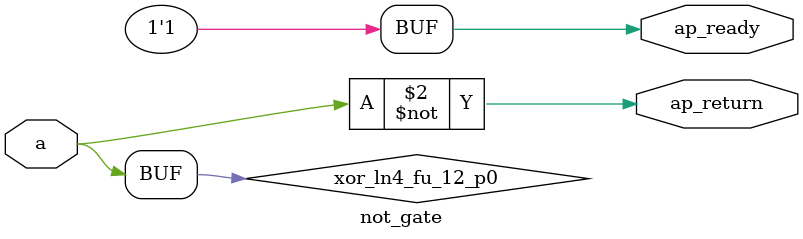
<source format=v>

`timescale 1 ns / 1 ps 

module not_gate (
        ap_ready,
        a,
        ap_return
);


output   ap_ready;
input   a;
output  [0:0] ap_return;

wire   [0:0] xor_ln4_fu_12_p0;

assign ap_ready = 1'b1;

assign ap_return = (xor_ln4_fu_12_p0 ^ 1'd1);

assign xor_ln4_fu_12_p0 = a;

endmodule //not_gate

</source>
